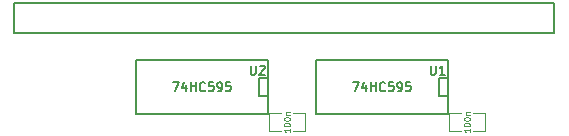
<source format=gto>
G04 (created by PCBNEW (2013-07-07 BZR 4022)-stable) date 2/6/2016 8:58:51 PM*
%MOIN*%
G04 Gerber Fmt 3.4, Leading zero omitted, Abs format*
%FSLAX34Y34*%
G01*
G70*
G90*
G04 APERTURE LIST*
%ADD10C,0.00590551*%
%ADD11C,0.0039*%
%ADD12C,0.004*%
%ADD13C,0.006*%
G04 APERTURE END LIST*
G54D10*
G54D11*
X2300Y-3150D02*
X2700Y-3150D01*
X2700Y-3150D02*
X2700Y-3750D01*
X2700Y-3750D02*
X2300Y-3750D01*
X1900Y-3750D02*
X1500Y-3750D01*
X1500Y-3750D02*
X1500Y-3150D01*
X1500Y-3150D02*
X1900Y-3150D01*
X8300Y-3150D02*
X8700Y-3150D01*
X8700Y-3150D02*
X8700Y-3750D01*
X8700Y-3750D02*
X8300Y-3750D01*
X7900Y-3750D02*
X7500Y-3750D01*
X7500Y-3750D02*
X7500Y-3150D01*
X7500Y-3150D02*
X7900Y-3150D01*
G54D10*
X7450Y-2600D02*
X7150Y-2600D01*
X7150Y-2600D02*
X7150Y-2000D01*
X7150Y-2000D02*
X7450Y-2000D01*
X3050Y-3200D02*
X3050Y-1400D01*
X3050Y-1400D02*
X7450Y-1400D01*
X7450Y-1400D02*
X7450Y-3200D01*
X7450Y-3200D02*
X3050Y-3200D01*
X1450Y-2600D02*
X1150Y-2600D01*
X1150Y-2600D02*
X1150Y-2000D01*
X1150Y-2000D02*
X1450Y-2000D01*
X-2950Y-3200D02*
X-2950Y-1400D01*
X-2950Y-1400D02*
X1450Y-1400D01*
X1450Y-1400D02*
X1450Y-3200D01*
X1450Y-3200D02*
X-2950Y-3200D01*
X-7000Y500D02*
X11000Y500D01*
X-7000Y-500D02*
X11000Y-500D01*
X11000Y500D02*
X11000Y-500D01*
X-7000Y500D02*
X-7000Y-500D01*
G54D12*
X2180Y-3673D02*
X2180Y-3788D01*
X2180Y-3730D02*
X1980Y-3730D01*
X2009Y-3750D01*
X2028Y-3769D01*
X2038Y-3788D01*
X1980Y-3550D02*
X1980Y-3530D01*
X1990Y-3511D01*
X2000Y-3502D01*
X2019Y-3492D01*
X2057Y-3483D01*
X2104Y-3483D01*
X2142Y-3492D01*
X2161Y-3502D01*
X2171Y-3511D01*
X2180Y-3530D01*
X2180Y-3550D01*
X2171Y-3569D01*
X2161Y-3578D01*
X2142Y-3588D01*
X2104Y-3597D01*
X2057Y-3597D01*
X2019Y-3588D01*
X2000Y-3578D01*
X1990Y-3569D01*
X1980Y-3550D01*
X1980Y-3359D02*
X1980Y-3340D01*
X1990Y-3321D01*
X2000Y-3311D01*
X2019Y-3302D01*
X2057Y-3292D01*
X2104Y-3292D01*
X2142Y-3302D01*
X2161Y-3311D01*
X2171Y-3321D01*
X2180Y-3340D01*
X2180Y-3359D01*
X2171Y-3378D01*
X2161Y-3388D01*
X2142Y-3397D01*
X2104Y-3407D01*
X2057Y-3407D01*
X2019Y-3397D01*
X2000Y-3388D01*
X1990Y-3378D01*
X1980Y-3359D01*
X2047Y-3207D02*
X2180Y-3207D01*
X2066Y-3207D02*
X2057Y-3197D01*
X2047Y-3178D01*
X2047Y-3149D01*
X2057Y-3130D01*
X2076Y-3121D01*
X2180Y-3121D01*
X8180Y-3673D02*
X8180Y-3788D01*
X8180Y-3730D02*
X7980Y-3730D01*
X8009Y-3750D01*
X8028Y-3769D01*
X8038Y-3788D01*
X7980Y-3550D02*
X7980Y-3530D01*
X7990Y-3511D01*
X8000Y-3502D01*
X8019Y-3492D01*
X8057Y-3483D01*
X8104Y-3483D01*
X8142Y-3492D01*
X8161Y-3502D01*
X8171Y-3511D01*
X8180Y-3530D01*
X8180Y-3550D01*
X8171Y-3569D01*
X8161Y-3578D01*
X8142Y-3588D01*
X8104Y-3597D01*
X8057Y-3597D01*
X8019Y-3588D01*
X8000Y-3578D01*
X7990Y-3569D01*
X7980Y-3550D01*
X7980Y-3359D02*
X7980Y-3340D01*
X7990Y-3321D01*
X8000Y-3311D01*
X8019Y-3302D01*
X8057Y-3292D01*
X8104Y-3292D01*
X8142Y-3302D01*
X8161Y-3311D01*
X8171Y-3321D01*
X8180Y-3340D01*
X8180Y-3359D01*
X8171Y-3378D01*
X8161Y-3388D01*
X8142Y-3397D01*
X8104Y-3407D01*
X8057Y-3407D01*
X8019Y-3397D01*
X8000Y-3388D01*
X7990Y-3378D01*
X7980Y-3359D01*
X8047Y-3207D02*
X8180Y-3207D01*
X8066Y-3207D02*
X8057Y-3197D01*
X8047Y-3178D01*
X8047Y-3149D01*
X8057Y-3130D01*
X8076Y-3121D01*
X8180Y-3121D01*
G54D13*
X6871Y-1571D02*
X6871Y-1814D01*
X6885Y-1842D01*
X6900Y-1857D01*
X6928Y-1871D01*
X6985Y-1871D01*
X7014Y-1857D01*
X7028Y-1842D01*
X7042Y-1814D01*
X7042Y-1571D01*
X7342Y-1871D02*
X7171Y-1871D01*
X7257Y-1871D02*
X7257Y-1571D01*
X7228Y-1614D01*
X7200Y-1642D01*
X7171Y-1657D01*
X4271Y-2121D02*
X4471Y-2121D01*
X4342Y-2421D01*
X4714Y-2221D02*
X4714Y-2421D01*
X4642Y-2107D02*
X4571Y-2321D01*
X4757Y-2321D01*
X4871Y-2421D02*
X4871Y-2121D01*
X4871Y-2264D02*
X5042Y-2264D01*
X5042Y-2421D02*
X5042Y-2121D01*
X5357Y-2392D02*
X5342Y-2407D01*
X5300Y-2421D01*
X5271Y-2421D01*
X5228Y-2407D01*
X5200Y-2378D01*
X5185Y-2350D01*
X5171Y-2292D01*
X5171Y-2250D01*
X5185Y-2192D01*
X5200Y-2164D01*
X5228Y-2135D01*
X5271Y-2121D01*
X5300Y-2121D01*
X5342Y-2135D01*
X5357Y-2150D01*
X5628Y-2121D02*
X5485Y-2121D01*
X5471Y-2264D01*
X5485Y-2250D01*
X5514Y-2235D01*
X5585Y-2235D01*
X5614Y-2250D01*
X5628Y-2264D01*
X5642Y-2292D01*
X5642Y-2364D01*
X5628Y-2392D01*
X5614Y-2407D01*
X5585Y-2421D01*
X5514Y-2421D01*
X5485Y-2407D01*
X5471Y-2392D01*
X5785Y-2421D02*
X5842Y-2421D01*
X5871Y-2407D01*
X5885Y-2392D01*
X5914Y-2350D01*
X5928Y-2292D01*
X5928Y-2178D01*
X5914Y-2150D01*
X5900Y-2135D01*
X5871Y-2121D01*
X5814Y-2121D01*
X5785Y-2135D01*
X5771Y-2150D01*
X5757Y-2178D01*
X5757Y-2250D01*
X5771Y-2278D01*
X5785Y-2292D01*
X5814Y-2307D01*
X5871Y-2307D01*
X5900Y-2292D01*
X5914Y-2278D01*
X5928Y-2250D01*
X6200Y-2121D02*
X6057Y-2121D01*
X6042Y-2264D01*
X6057Y-2250D01*
X6085Y-2235D01*
X6157Y-2235D01*
X6185Y-2250D01*
X6200Y-2264D01*
X6214Y-2292D01*
X6214Y-2364D01*
X6200Y-2392D01*
X6185Y-2407D01*
X6157Y-2421D01*
X6085Y-2421D01*
X6057Y-2407D01*
X6042Y-2392D01*
X871Y-1571D02*
X871Y-1814D01*
X885Y-1842D01*
X900Y-1857D01*
X928Y-1871D01*
X985Y-1871D01*
X1014Y-1857D01*
X1028Y-1842D01*
X1042Y-1814D01*
X1042Y-1571D01*
X1171Y-1600D02*
X1185Y-1585D01*
X1214Y-1571D01*
X1285Y-1571D01*
X1314Y-1585D01*
X1328Y-1600D01*
X1342Y-1628D01*
X1342Y-1657D01*
X1328Y-1700D01*
X1157Y-1871D01*
X1342Y-1871D01*
X-1728Y-2121D02*
X-1528Y-2121D01*
X-1657Y-2421D01*
X-1285Y-2221D02*
X-1285Y-2421D01*
X-1357Y-2107D02*
X-1428Y-2321D01*
X-1242Y-2321D01*
X-1128Y-2421D02*
X-1128Y-2121D01*
X-1128Y-2264D02*
X-957Y-2264D01*
X-957Y-2421D02*
X-957Y-2121D01*
X-642Y-2392D02*
X-657Y-2407D01*
X-700Y-2421D01*
X-728Y-2421D01*
X-771Y-2407D01*
X-800Y-2378D01*
X-814Y-2350D01*
X-828Y-2292D01*
X-828Y-2250D01*
X-814Y-2192D01*
X-800Y-2164D01*
X-771Y-2135D01*
X-728Y-2121D01*
X-700Y-2121D01*
X-657Y-2135D01*
X-642Y-2150D01*
X-371Y-2121D02*
X-514Y-2121D01*
X-528Y-2264D01*
X-514Y-2250D01*
X-485Y-2235D01*
X-414Y-2235D01*
X-385Y-2250D01*
X-371Y-2264D01*
X-357Y-2292D01*
X-357Y-2364D01*
X-371Y-2392D01*
X-385Y-2407D01*
X-414Y-2421D01*
X-485Y-2421D01*
X-514Y-2407D01*
X-528Y-2392D01*
X-214Y-2421D02*
X-157Y-2421D01*
X-128Y-2407D01*
X-114Y-2392D01*
X-85Y-2350D01*
X-71Y-2292D01*
X-71Y-2178D01*
X-85Y-2150D01*
X-100Y-2135D01*
X-128Y-2121D01*
X-185Y-2121D01*
X-214Y-2135D01*
X-228Y-2150D01*
X-242Y-2178D01*
X-242Y-2250D01*
X-228Y-2278D01*
X-214Y-2292D01*
X-185Y-2307D01*
X-128Y-2307D01*
X-100Y-2292D01*
X-85Y-2278D01*
X-71Y-2250D01*
X200Y-2121D02*
X57Y-2121D01*
X42Y-2264D01*
X57Y-2250D01*
X85Y-2235D01*
X157Y-2235D01*
X185Y-2250D01*
X200Y-2264D01*
X214Y-2292D01*
X214Y-2364D01*
X200Y-2392D01*
X185Y-2407D01*
X157Y-2421D01*
X85Y-2421D01*
X57Y-2407D01*
X42Y-2392D01*
M02*

</source>
